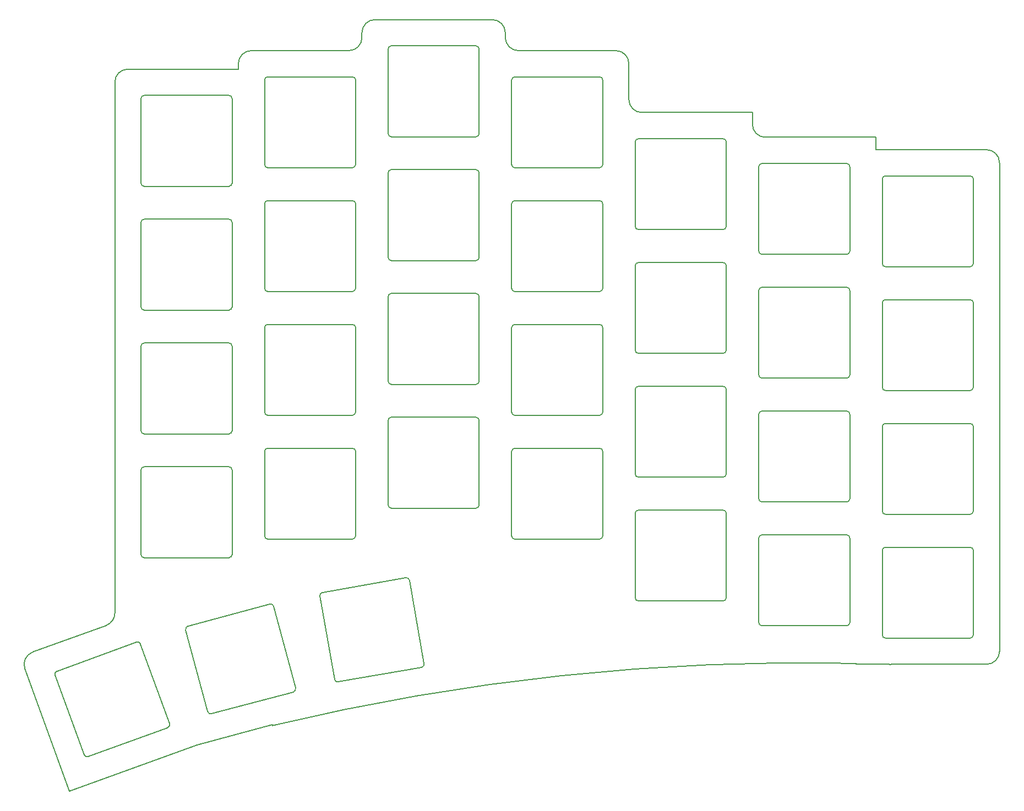
<source format=gbr>
%TF.GenerationSoftware,KiCad,Pcbnew,9.0.3-1.fc42*%
%TF.CreationDate,2025-08-27T19:58:10+02:00*%
%TF.ProjectId,plate_right,706c6174-655f-4726-9967-68742e6b6963,v1.0.0*%
%TF.SameCoordinates,Original*%
%TF.FileFunction,Profile,NP*%
%FSLAX46Y46*%
G04 Gerber Fmt 4.6, Leading zero omitted, Abs format (unit mm)*
G04 Created by KiCad (PCBNEW 9.0.3-1.fc42) date 2025-08-27 19:58:10*
%MOMM*%
%LPD*%
G01*
G04 APERTURE LIST*
%TA.AperFunction,Profile*%
%ADD10C,0.150000*%
%TD*%
G04 APERTURE END LIST*
D10*
X364975000Y-211025000D02*
X369848094Y-211025000D01*
X370283787Y-211025000D02*
X385025000Y-211025000D01*
X387025000Y-209025000D02*
X387025000Y-133825000D01*
X364975000Y-210878445D02*
X364975000Y-211025000D01*
X385025000Y-131825000D02*
X368025000Y-131825000D01*
X368025000Y-131825000D02*
X368025000Y-129920000D01*
X368025000Y-129920000D02*
X351025000Y-129920000D01*
X349025000Y-127920000D02*
X349025000Y-126110000D01*
X349025000Y-126110000D02*
X332025000Y-126110000D01*
X330025000Y-124110000D02*
X330025000Y-118585000D01*
X328025000Y-116585000D02*
X313025000Y-116585000D01*
X311025000Y-114585000D02*
X311025000Y-113822500D01*
X309025000Y-111822500D02*
X290975000Y-111822500D01*
X288975000Y-113822500D02*
X288975000Y-114585000D01*
X286975000Y-116585000D02*
X271975000Y-116585000D01*
X269975000Y-118585000D02*
X269975000Y-119442500D01*
X250975000Y-203142040D02*
X250975000Y-121442500D01*
X269975000Y-119442500D02*
X252975000Y-119442500D01*
X263636354Y-223399219D02*
X275199969Y-220300758D01*
X243996422Y-230547570D02*
X263636354Y-223399219D01*
X249659040Y-205021426D02*
X238334263Y-209143307D01*
X237138918Y-211706733D02*
X243996422Y-230547570D01*
X370286701Y-211041524D02*
X370283787Y-211025000D01*
X275199969Y-220300758D02*
X275225539Y-220445772D01*
X369848094Y-211024999D02*
X370286701Y-211041524D01*
X275225539Y-220445773D02*
G75*
G02*
X364975000Y-210878445I81664972J-340339289D01*
G01*
X387025000Y-209025000D02*
G75*
G02*
X385025000Y-211025000I-2000000J0D01*
G01*
X385025000Y-131825000D02*
G75*
G02*
X387025000Y-133825000I0J-2000000D01*
G01*
X351025000Y-129920000D02*
G75*
G02*
X349025000Y-127920000I0J2000000D01*
G01*
X332025000Y-126110000D02*
G75*
G02*
X330025000Y-124110000I0J2000000D01*
G01*
X328025000Y-116585000D02*
G75*
G02*
X330025000Y-118585000I0J-2000000D01*
G01*
X313025000Y-116585000D02*
G75*
G02*
X311025000Y-114585000I0J2000000D01*
G01*
X309025000Y-111822500D02*
G75*
G02*
X311025000Y-113822500I0J-2000000D01*
G01*
X288975000Y-113822500D02*
G75*
G02*
X290975000Y-111822500I2000000J0D01*
G01*
X288975000Y-114585000D02*
G75*
G02*
X286975000Y-116585000I-2000000J0D01*
G01*
X269975000Y-118585000D02*
G75*
G02*
X271975000Y-116585000I2000000J0D01*
G01*
X250975000Y-121442500D02*
G75*
G02*
X252975000Y-119442500I2000000J0D01*
G01*
X250975001Y-203142040D02*
G75*
G02*
X249659040Y-205021426I-2000001J0D01*
G01*
X237138917Y-211706733D02*
G75*
G02*
X238334263Y-209143307I1879386J684040D01*
G01*
X369500000Y-207000000D02*
X382500000Y-207000000D01*
X383000000Y-206500000D02*
X383000000Y-193500000D01*
X382500000Y-193000000D02*
X369500000Y-193000000D01*
X369000000Y-193500000D02*
X369000000Y-206500000D01*
X383000000Y-206500000D02*
G75*
G02*
X382500000Y-207000000I-500000J0D01*
G01*
X382500000Y-193000000D02*
G75*
G02*
X383000000Y-193500000I0J-500000D01*
G01*
X369000000Y-193500000D02*
G75*
G02*
X369500000Y-193000000I500000J0D01*
G01*
X369500000Y-207000000D02*
G75*
G02*
X369000000Y-206500000I0J500000D01*
G01*
X369500000Y-187950000D02*
X382500000Y-187950000D01*
X383000000Y-187450000D02*
X383000000Y-174450000D01*
X382500000Y-173950000D02*
X369500000Y-173950000D01*
X369000000Y-174450000D02*
X369000000Y-187450000D01*
X383000000Y-187450000D02*
G75*
G02*
X382500000Y-187950000I-500000J0D01*
G01*
X382500000Y-173950000D02*
G75*
G02*
X383000000Y-174450000I0J-500000D01*
G01*
X369000000Y-174450000D02*
G75*
G02*
X369500000Y-173950000I500000J0D01*
G01*
X369500000Y-187950000D02*
G75*
G02*
X369000000Y-187450000I0J500000D01*
G01*
X369500000Y-168900000D02*
X382500000Y-168900000D01*
X383000000Y-168400000D02*
X383000000Y-155400000D01*
X382500000Y-154900000D02*
X369500000Y-154900000D01*
X369000000Y-155400000D02*
X369000000Y-168400000D01*
X383000000Y-168400000D02*
G75*
G02*
X382500000Y-168900000I-500000J0D01*
G01*
X382500000Y-154900000D02*
G75*
G02*
X383000000Y-155400000I0J-500000D01*
G01*
X369000000Y-155400000D02*
G75*
G02*
X369500000Y-154900000I500000J0D01*
G01*
X369500000Y-168900000D02*
G75*
G02*
X369000000Y-168400000I0J500000D01*
G01*
X369500000Y-149850000D02*
X382500000Y-149850000D01*
X383000000Y-149350000D02*
X383000000Y-136350000D01*
X382500000Y-135850000D02*
X369500000Y-135850000D01*
X369000000Y-136350000D02*
X369000000Y-149350000D01*
X383000000Y-149350000D02*
G75*
G02*
X382500000Y-149850000I-500000J0D01*
G01*
X382500000Y-135850000D02*
G75*
G02*
X383000000Y-136350000I0J-500000D01*
G01*
X369000000Y-136350000D02*
G75*
G02*
X369500000Y-135850000I500000J0D01*
G01*
X369500000Y-149850000D02*
G75*
G02*
X369000000Y-149350000I0J500000D01*
G01*
X350500000Y-205095000D02*
X363500000Y-205095000D01*
X364000000Y-204595000D02*
X364000000Y-191595000D01*
X363500000Y-191095000D02*
X350500000Y-191095000D01*
X350000000Y-191595000D02*
X350000000Y-204595000D01*
X364000000Y-204595000D02*
G75*
G02*
X363500000Y-205095000I-500000J0D01*
G01*
X363500000Y-191095000D02*
G75*
G02*
X364000000Y-191595000I0J-500000D01*
G01*
X350000000Y-191595000D02*
G75*
G02*
X350500000Y-191095000I500000J0D01*
G01*
X350500000Y-205095000D02*
G75*
G02*
X350000000Y-204595000I0J500000D01*
G01*
X350500000Y-186045000D02*
X363500000Y-186045000D01*
X364000000Y-185545000D02*
X364000000Y-172545000D01*
X363500000Y-172045000D02*
X350500000Y-172045000D01*
X350000000Y-172545000D02*
X350000000Y-185545000D01*
X364000000Y-185545000D02*
G75*
G02*
X363500000Y-186045000I-500000J0D01*
G01*
X363500000Y-172045000D02*
G75*
G02*
X364000000Y-172545000I0J-500000D01*
G01*
X350000000Y-172545000D02*
G75*
G02*
X350500000Y-172045000I500000J0D01*
G01*
X350500000Y-186045000D02*
G75*
G02*
X350000000Y-185545000I0J500000D01*
G01*
X350500000Y-166995000D02*
X363500000Y-166995000D01*
X364000000Y-166495000D02*
X364000000Y-153495000D01*
X363500000Y-152995000D02*
X350500000Y-152995000D01*
X350000000Y-153495000D02*
X350000000Y-166495000D01*
X364000000Y-166495000D02*
G75*
G02*
X363500000Y-166995000I-500000J0D01*
G01*
X363500000Y-152995000D02*
G75*
G02*
X364000000Y-153495000I0J-500000D01*
G01*
X350000000Y-153495000D02*
G75*
G02*
X350500000Y-152995000I500000J0D01*
G01*
X350500000Y-166995000D02*
G75*
G02*
X350000000Y-166495000I0J500000D01*
G01*
X350500000Y-147945000D02*
X363500000Y-147945000D01*
X364000000Y-147445000D02*
X364000000Y-134445000D01*
X363500000Y-133945000D02*
X350500000Y-133945000D01*
X350000000Y-134445000D02*
X350000000Y-147445000D01*
X364000000Y-147445000D02*
G75*
G02*
X363500000Y-147945000I-500000J0D01*
G01*
X363500000Y-133945000D02*
G75*
G02*
X364000000Y-134445000I0J-500000D01*
G01*
X350000000Y-134445000D02*
G75*
G02*
X350500000Y-133945000I500000J0D01*
G01*
X350500000Y-147945000D02*
G75*
G02*
X350000000Y-147445000I0J500000D01*
G01*
X331500000Y-201285000D02*
X344500000Y-201285000D01*
X345000000Y-200785000D02*
X345000000Y-187785000D01*
X344500000Y-187285000D02*
X331500000Y-187285000D01*
X331000000Y-187785000D02*
X331000000Y-200785000D01*
X345000000Y-200785000D02*
G75*
G02*
X344500000Y-201285000I-500000J0D01*
G01*
X344500000Y-187285000D02*
G75*
G02*
X345000000Y-187785000I0J-500000D01*
G01*
X331000000Y-187785000D02*
G75*
G02*
X331500000Y-187285000I500000J0D01*
G01*
X331500000Y-201285000D02*
G75*
G02*
X331000000Y-200785000I0J500000D01*
G01*
X331500000Y-182235000D02*
X344500000Y-182235000D01*
X345000000Y-181735000D02*
X345000000Y-168735000D01*
X344500000Y-168235000D02*
X331500000Y-168235000D01*
X331000000Y-168735000D02*
X331000000Y-181735000D01*
X345000000Y-181735000D02*
G75*
G02*
X344500000Y-182235000I-500000J0D01*
G01*
X344500000Y-168235000D02*
G75*
G02*
X345000000Y-168735000I0J-500000D01*
G01*
X331000000Y-168735000D02*
G75*
G02*
X331500000Y-168235000I500000J0D01*
G01*
X331500000Y-182235000D02*
G75*
G02*
X331000000Y-181735000I0J500000D01*
G01*
X331500000Y-163185000D02*
X344500000Y-163185000D01*
X345000000Y-162685000D02*
X345000000Y-149685000D01*
X344500000Y-149185000D02*
X331500000Y-149185000D01*
X331000000Y-149685000D02*
X331000000Y-162685000D01*
X345000000Y-162685000D02*
G75*
G02*
X344500000Y-163185000I-500000J0D01*
G01*
X344500000Y-149185000D02*
G75*
G02*
X345000000Y-149685000I0J-500000D01*
G01*
X331000000Y-149685000D02*
G75*
G02*
X331500000Y-149185000I500000J0D01*
G01*
X331500000Y-163185000D02*
G75*
G02*
X331000000Y-162685000I0J500000D01*
G01*
X331500000Y-144135000D02*
X344500000Y-144135000D01*
X345000000Y-143635000D02*
X345000000Y-130635000D01*
X344500000Y-130135000D02*
X331500000Y-130135000D01*
X331000000Y-130635000D02*
X331000000Y-143635000D01*
X345000000Y-143635000D02*
G75*
G02*
X344500000Y-144135000I-500000J0D01*
G01*
X344500000Y-130135000D02*
G75*
G02*
X345000000Y-130635000I0J-500000D01*
G01*
X331000000Y-130635000D02*
G75*
G02*
X331500000Y-130135000I500000J0D01*
G01*
X331500000Y-144135000D02*
G75*
G02*
X331000000Y-143635000I0J500000D01*
G01*
X312500000Y-191760000D02*
X325500000Y-191760000D01*
X326000000Y-191260000D02*
X326000000Y-178260000D01*
X325500000Y-177760000D02*
X312500000Y-177760000D01*
X312000000Y-178260000D02*
X312000000Y-191260000D01*
X326000000Y-191260000D02*
G75*
G02*
X325500000Y-191760000I-500000J0D01*
G01*
X325500000Y-177760000D02*
G75*
G02*
X326000000Y-178260000I0J-500000D01*
G01*
X312000000Y-178260000D02*
G75*
G02*
X312500000Y-177760000I500000J0D01*
G01*
X312500000Y-191760000D02*
G75*
G02*
X312000000Y-191260000I0J500000D01*
G01*
X312500000Y-172710000D02*
X325500000Y-172710000D01*
X326000000Y-172210000D02*
X326000000Y-159210000D01*
X325500000Y-158710000D02*
X312500000Y-158710000D01*
X312000000Y-159210000D02*
X312000000Y-172210000D01*
X326000000Y-172210000D02*
G75*
G02*
X325500000Y-172710000I-500000J0D01*
G01*
X325500000Y-158710000D02*
G75*
G02*
X326000000Y-159210000I0J-500000D01*
G01*
X312000000Y-159210000D02*
G75*
G02*
X312500000Y-158710000I500000J0D01*
G01*
X312500000Y-172710000D02*
G75*
G02*
X312000000Y-172210000I0J500000D01*
G01*
X312500000Y-153660000D02*
X325500000Y-153660000D01*
X326000000Y-153160000D02*
X326000000Y-140160000D01*
X325500000Y-139660000D02*
X312500000Y-139660000D01*
X312000000Y-140160000D02*
X312000000Y-153160000D01*
X326000000Y-153160000D02*
G75*
G02*
X325500000Y-153660000I-500000J0D01*
G01*
X325500000Y-139660000D02*
G75*
G02*
X326000000Y-140160000I0J-500000D01*
G01*
X312000000Y-140160000D02*
G75*
G02*
X312500000Y-139660000I500000J0D01*
G01*
X312500000Y-153660000D02*
G75*
G02*
X312000000Y-153160000I0J500000D01*
G01*
X312500000Y-134610000D02*
X325500000Y-134610000D01*
X326000000Y-134110000D02*
X326000000Y-121110000D01*
X325500000Y-120610000D02*
X312500000Y-120610000D01*
X312000000Y-121110000D02*
X312000000Y-134110000D01*
X326000000Y-134110000D02*
G75*
G02*
X325500000Y-134610000I-500000J0D01*
G01*
X325500000Y-120610000D02*
G75*
G02*
X326000000Y-121110000I0J-500000D01*
G01*
X312000000Y-121110000D02*
G75*
G02*
X312500000Y-120610000I500000J0D01*
G01*
X312500000Y-134610000D02*
G75*
G02*
X312000000Y-134110000I0J500000D01*
G01*
X274500000Y-191760000D02*
X287500000Y-191760000D01*
X288000000Y-191260000D02*
X288000000Y-178260000D01*
X287500000Y-177760000D02*
X274500000Y-177760000D01*
X274000000Y-178260000D02*
X274000000Y-191260000D01*
X288000000Y-191260000D02*
G75*
G02*
X287500000Y-191760000I-500000J0D01*
G01*
X287500000Y-177760000D02*
G75*
G02*
X288000000Y-178260000I0J-500000D01*
G01*
X274000000Y-178260000D02*
G75*
G02*
X274500000Y-177760000I500000J0D01*
G01*
X274500000Y-191760000D02*
G75*
G02*
X274000000Y-191260000I0J500000D01*
G01*
X274500000Y-172710000D02*
X287500000Y-172710000D01*
X288000000Y-172210000D02*
X288000000Y-159210000D01*
X287500000Y-158710000D02*
X274500000Y-158710000D01*
X274000000Y-159210000D02*
X274000000Y-172210000D01*
X288000000Y-172210000D02*
G75*
G02*
X287500000Y-172710000I-500000J0D01*
G01*
X287500000Y-158710000D02*
G75*
G02*
X288000000Y-159210000I0J-500000D01*
G01*
X274000000Y-159210000D02*
G75*
G02*
X274500000Y-158710000I500000J0D01*
G01*
X274500000Y-172710000D02*
G75*
G02*
X274000000Y-172210000I0J500000D01*
G01*
X274500000Y-153660000D02*
X287500000Y-153660000D01*
X288000000Y-153160000D02*
X288000000Y-140160000D01*
X287500000Y-139660000D02*
X274500000Y-139660000D01*
X274000000Y-140160000D02*
X274000000Y-153160000D01*
X288000000Y-153160000D02*
G75*
G02*
X287500000Y-153660000I-500000J0D01*
G01*
X287500000Y-139660000D02*
G75*
G02*
X288000000Y-140160000I0J-500000D01*
G01*
X274000000Y-140160000D02*
G75*
G02*
X274500000Y-139660000I500000J0D01*
G01*
X274500000Y-153660000D02*
G75*
G02*
X274000000Y-153160000I0J500000D01*
G01*
X274500000Y-134610000D02*
X287500000Y-134610000D01*
X288000000Y-134110000D02*
X288000000Y-121110000D01*
X287500000Y-120610000D02*
X274500000Y-120610000D01*
X274000000Y-121110000D02*
X274000000Y-134110000D01*
X288000000Y-134110000D02*
G75*
G02*
X287500000Y-134610000I-500000J0D01*
G01*
X287500000Y-120610000D02*
G75*
G02*
X288000000Y-121110000I0J-500000D01*
G01*
X274000000Y-121110000D02*
G75*
G02*
X274500000Y-120610000I500000J0D01*
G01*
X274500000Y-134610000D02*
G75*
G02*
X274000000Y-134110000I0J500000D01*
G01*
X255500000Y-194617500D02*
X268500000Y-194617500D01*
X269000000Y-194117500D02*
X269000000Y-181117500D01*
X268500000Y-180617500D02*
X255500000Y-180617500D01*
X255000000Y-181117500D02*
X255000000Y-194117500D01*
X269000000Y-194117500D02*
G75*
G02*
X268500000Y-194617500I-500000J0D01*
G01*
X268500000Y-180617500D02*
G75*
G02*
X269000000Y-181117500I0J-500000D01*
G01*
X255000000Y-181117500D02*
G75*
G02*
X255500000Y-180617500I500000J0D01*
G01*
X255500000Y-194617500D02*
G75*
G02*
X255000000Y-194117500I0J500000D01*
G01*
X255500000Y-175567500D02*
X268500000Y-175567500D01*
X269000000Y-175067500D02*
X269000000Y-162067500D01*
X268500000Y-161567500D02*
X255500000Y-161567500D01*
X255000000Y-162067500D02*
X255000000Y-175067500D01*
X269000000Y-175067500D02*
G75*
G02*
X268500000Y-175567500I-500000J0D01*
G01*
X268500000Y-161567500D02*
G75*
G02*
X269000000Y-162067500I0J-500000D01*
G01*
X255000000Y-162067500D02*
G75*
G02*
X255500000Y-161567500I500000J0D01*
G01*
X255500000Y-175567500D02*
G75*
G02*
X255000000Y-175067500I0J500000D01*
G01*
X255500000Y-156517500D02*
X268500000Y-156517500D01*
X269000000Y-156017500D02*
X269000000Y-143017500D01*
X268500000Y-142517500D02*
X255500000Y-142517500D01*
X255000000Y-143017500D02*
X255000000Y-156017500D01*
X269000000Y-156017500D02*
G75*
G02*
X268500000Y-156517500I-500000J0D01*
G01*
X268500000Y-142517500D02*
G75*
G02*
X269000000Y-143017500I0J-500000D01*
G01*
X255000000Y-143017500D02*
G75*
G02*
X255500000Y-142517500I500000J0D01*
G01*
X255500000Y-156517500D02*
G75*
G02*
X255000000Y-156017500I0J500000D01*
G01*
X255500000Y-137467500D02*
X268500000Y-137467500D01*
X269000000Y-136967500D02*
X269000000Y-123967500D01*
X268500000Y-123467500D02*
X255500000Y-123467500D01*
X255000000Y-123967500D02*
X255000000Y-136967500D01*
X269000000Y-136967500D02*
G75*
G02*
X268500000Y-137467500I-500000J0D01*
G01*
X268500000Y-123467500D02*
G75*
G02*
X269000000Y-123967500I0J-500000D01*
G01*
X255000000Y-123967500D02*
G75*
G02*
X255500000Y-123467500I500000J0D01*
G01*
X255500000Y-137467500D02*
G75*
G02*
X255000000Y-136967500I0J500000D01*
G01*
X285339287Y-213737367D02*
X298141788Y-211479941D01*
X298547367Y-210900713D02*
X296289941Y-198098212D01*
X295710713Y-197692633D02*
X282908212Y-199950059D01*
X282502633Y-200529287D02*
X284760059Y-213331788D01*
X298547368Y-210900713D02*
G75*
G02*
X298141788Y-211479941I-492404J-86824D01*
G01*
X295710713Y-197692632D02*
G75*
G02*
X296289941Y-198098212I86824J-492404D01*
G01*
X282502632Y-200529287D02*
G75*
G02*
X282908212Y-199950059I492404J86824D01*
G01*
X285339288Y-213737367D02*
G75*
G02*
X284760059Y-213331788I-86825J492404D01*
G01*
X265854973Y-218637756D02*
X278412009Y-215273108D01*
X278765562Y-214660736D02*
X275400915Y-202103700D01*
X274788542Y-201750146D02*
X262231506Y-205114794D01*
X261877953Y-205727166D02*
X265242601Y-218284202D01*
X278765562Y-214660735D02*
G75*
G02*
X278412009Y-215273108I-482963J-129410D01*
G01*
X274788543Y-201750146D02*
G75*
G02*
X275400915Y-202103700I129409J-482963D01*
G01*
X261877953Y-205727167D02*
G75*
G02*
X262231506Y-205114794I482963J129410D01*
G01*
X265854973Y-218637756D02*
G75*
G02*
X265242601Y-218284202I-129409J482963D01*
G01*
X246871900Y-225217666D02*
X259087904Y-220771404D01*
X259386740Y-220130548D02*
X254940478Y-207914544D01*
X254299622Y-207615707D02*
X242083618Y-212061969D01*
X241784782Y-212702826D02*
X246231044Y-224918830D01*
X259386740Y-220130548D02*
G75*
G02*
X259087904Y-220771404I-469846J-171010D01*
G01*
X254299622Y-207615708D02*
G75*
G02*
X254940478Y-207914544I171010J-469846D01*
G01*
X241784781Y-212702826D02*
G75*
G02*
X242083618Y-212061969I469847J171010D01*
G01*
X246871900Y-225217666D02*
G75*
G02*
X246231044Y-224918830I-171010J469846D01*
G01*
X293000000Y-173497500D02*
X293000000Y-186497500D01*
X293500000Y-186997500D02*
X306500000Y-186997500D01*
X307000000Y-186497500D02*
X307000000Y-173497500D01*
X306500000Y-172997500D02*
X293500000Y-172997500D01*
X293500000Y-186997500D02*
G75*
G02*
X293000000Y-186497500I0J500000D01*
G01*
X307000000Y-186497500D02*
G75*
G02*
X306500000Y-186997500I-500000J0D01*
G01*
X306500000Y-172997500D02*
G75*
G02*
X307000000Y-173497500I0J-500000D01*
G01*
X293000000Y-173497500D02*
G75*
G02*
X293500000Y-172997500I500000J0D01*
G01*
X293000000Y-154447500D02*
X293000000Y-167447500D01*
X293500000Y-167947500D02*
X306500000Y-167947500D01*
X307000000Y-167447500D02*
X307000000Y-154447500D01*
X306500000Y-153947500D02*
X293500000Y-153947500D01*
X293500000Y-167947500D02*
G75*
G02*
X293000000Y-167447500I0J500000D01*
G01*
X307000000Y-167447500D02*
G75*
G02*
X306500000Y-167947500I-500000J0D01*
G01*
X306500000Y-153947500D02*
G75*
G02*
X307000000Y-154447500I0J-500000D01*
G01*
X293000000Y-154447500D02*
G75*
G02*
X293500000Y-153947500I500000J0D01*
G01*
X293000000Y-135397500D02*
X293000000Y-148397500D01*
X293500000Y-148897500D02*
X306500000Y-148897500D01*
X307000000Y-148397500D02*
X307000000Y-135397500D01*
X306500000Y-134897500D02*
X293500000Y-134897500D01*
X293500000Y-148897500D02*
G75*
G02*
X293000000Y-148397500I0J500000D01*
G01*
X307000000Y-148397500D02*
G75*
G02*
X306500000Y-148897500I-500000J0D01*
G01*
X306500000Y-134897500D02*
G75*
G02*
X307000000Y-135397500I0J-500000D01*
G01*
X293000000Y-135397500D02*
G75*
G02*
X293500000Y-134897500I500000J0D01*
G01*
X293000000Y-116347500D02*
X293000000Y-129347500D01*
X293500000Y-129847500D02*
X306500000Y-129847500D01*
X307000000Y-129347500D02*
X307000000Y-116347500D01*
X306500000Y-115847500D02*
X293500000Y-115847500D01*
X293500000Y-129847500D02*
G75*
G02*
X293000000Y-129347500I0J500000D01*
G01*
X307000000Y-129347500D02*
G75*
G02*
X306500000Y-129847500I-500000J0D01*
G01*
X306500000Y-115847500D02*
G75*
G02*
X307000000Y-116347500I0J-500000D01*
G01*
X293000000Y-116347500D02*
G75*
G02*
X293500000Y-115847500I500000J0D01*
G01*
M02*

</source>
